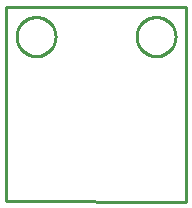
<source format=gbr>
G04 EAGLE Gerber RS-274X export*
G75*
%MOMM*%
%FSLAX34Y34*%
%LPD*%
%IN*%
%IPPOS*%
%AMOC8*
5,1,8,0,0,1.08239X$1,22.5*%
G01*
%ADD10C,0.254000*%


D10*
X0Y200D02*
X152400Y0D01*
X152400Y165100D01*
X0Y165100D01*
X0Y200D01*
X126460Y123190D02*
X125381Y123261D01*
X124309Y123402D01*
X123249Y123613D01*
X122205Y123892D01*
X121181Y124240D01*
X120183Y124654D01*
X119213Y125132D01*
X118277Y125672D01*
X117378Y126273D01*
X116521Y126931D01*
X115708Y127644D01*
X114944Y128408D01*
X114231Y129221D01*
X113573Y130078D01*
X112972Y130977D01*
X112432Y131913D01*
X111954Y132883D01*
X111540Y133881D01*
X111192Y134905D01*
X110913Y135949D01*
X110702Y137009D01*
X110561Y138081D01*
X110490Y139160D01*
X110490Y140240D01*
X110561Y141319D01*
X110702Y142391D01*
X110913Y143451D01*
X111192Y144495D01*
X111540Y145519D01*
X111954Y146517D01*
X112432Y147487D01*
X112972Y148423D01*
X113573Y149322D01*
X114231Y150179D01*
X114944Y150992D01*
X115708Y151757D01*
X116521Y152469D01*
X117378Y153127D01*
X118277Y153728D01*
X119213Y154268D01*
X120183Y154746D01*
X121181Y155160D01*
X122205Y155508D01*
X123249Y155787D01*
X124309Y155998D01*
X125381Y156139D01*
X126460Y156210D01*
X127540Y156210D01*
X128619Y156139D01*
X129691Y155998D01*
X130751Y155787D01*
X131795Y155508D01*
X132819Y155160D01*
X133817Y154746D01*
X134787Y154268D01*
X135723Y153728D01*
X136622Y153127D01*
X137479Y152469D01*
X138292Y151757D01*
X139057Y150992D01*
X139769Y150179D01*
X140427Y149322D01*
X141028Y148423D01*
X141568Y147487D01*
X142046Y146517D01*
X142460Y145519D01*
X142808Y144495D01*
X143087Y143451D01*
X143298Y142391D01*
X143439Y141319D01*
X143510Y140240D01*
X143510Y139160D01*
X143439Y138081D01*
X143298Y137009D01*
X143087Y135949D01*
X142808Y134905D01*
X142460Y133881D01*
X142046Y132883D01*
X141568Y131913D01*
X141028Y130977D01*
X140427Y130078D01*
X139769Y129221D01*
X139057Y128408D01*
X138292Y127644D01*
X137479Y126931D01*
X136622Y126273D01*
X135723Y125672D01*
X134787Y125132D01*
X133817Y124654D01*
X132819Y124240D01*
X131795Y123892D01*
X130751Y123613D01*
X129691Y123402D01*
X128619Y123261D01*
X127540Y123190D01*
X126460Y123190D01*
X24860Y123190D02*
X23781Y123261D01*
X22709Y123402D01*
X21649Y123613D01*
X20605Y123892D01*
X19581Y124240D01*
X18583Y124654D01*
X17613Y125132D01*
X16677Y125672D01*
X15778Y126273D01*
X14921Y126931D01*
X14108Y127644D01*
X13344Y128408D01*
X12631Y129221D01*
X11973Y130078D01*
X11372Y130977D01*
X10832Y131913D01*
X10354Y132883D01*
X9940Y133881D01*
X9592Y134905D01*
X9313Y135949D01*
X9102Y137009D01*
X8961Y138081D01*
X8890Y139160D01*
X8890Y140240D01*
X8961Y141319D01*
X9102Y142391D01*
X9313Y143451D01*
X9592Y144495D01*
X9940Y145519D01*
X10354Y146517D01*
X10832Y147487D01*
X11372Y148423D01*
X11973Y149322D01*
X12631Y150179D01*
X13344Y150992D01*
X14108Y151757D01*
X14921Y152469D01*
X15778Y153127D01*
X16677Y153728D01*
X17613Y154268D01*
X18583Y154746D01*
X19581Y155160D01*
X20605Y155508D01*
X21649Y155787D01*
X22709Y155998D01*
X23781Y156139D01*
X24860Y156210D01*
X25940Y156210D01*
X27019Y156139D01*
X28091Y155998D01*
X29151Y155787D01*
X30195Y155508D01*
X31219Y155160D01*
X32217Y154746D01*
X33187Y154268D01*
X34123Y153728D01*
X35022Y153127D01*
X35879Y152469D01*
X36692Y151757D01*
X37457Y150992D01*
X38169Y150179D01*
X38827Y149322D01*
X39428Y148423D01*
X39968Y147487D01*
X40446Y146517D01*
X40860Y145519D01*
X41208Y144495D01*
X41487Y143451D01*
X41698Y142391D01*
X41839Y141319D01*
X41910Y140240D01*
X41910Y139160D01*
X41839Y138081D01*
X41698Y137009D01*
X41487Y135949D01*
X41208Y134905D01*
X40860Y133881D01*
X40446Y132883D01*
X39968Y131913D01*
X39428Y130977D01*
X38827Y130078D01*
X38169Y129221D01*
X37457Y128408D01*
X36692Y127644D01*
X35879Y126931D01*
X35022Y126273D01*
X34123Y125672D01*
X33187Y125132D01*
X32217Y124654D01*
X31219Y124240D01*
X30195Y123892D01*
X29151Y123613D01*
X28091Y123402D01*
X27019Y123261D01*
X25940Y123190D01*
X24860Y123190D01*
M02*

</source>
